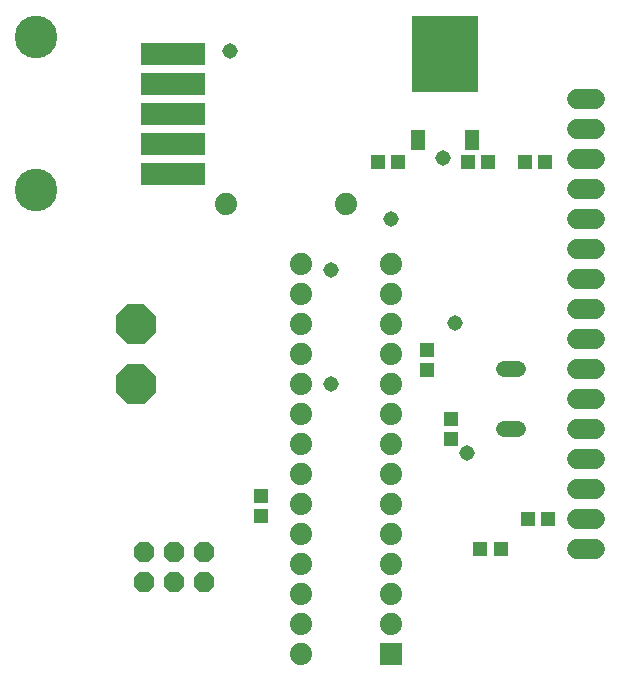
<source format=gts>
G75*
%MOIN*%
%OFA0B0*%
%FSLAX25Y25*%
%IPPOS*%
%LPD*%
%AMOC8*
5,1,8,0,0,1.08239X$1,22.5*
%
%ADD10R,0.04737X0.05131*%
%ADD11R,0.05131X0.04737*%
%ADD12C,0.07400*%
%ADD13OC8,0.13200*%
%ADD14R,0.22060X0.25209*%
%ADD15R,0.04737X0.07099*%
%ADD16OC8,0.06800*%
%ADD17C,0.05200*%
%ADD18R,0.07400X0.07400*%
%ADD19R,0.21800X0.07300*%
%ADD20C,0.14200*%
%ADD21C,0.06800*%
%ADD22C,0.05156*%
D10*
X0093311Y0076906D03*
X0093311Y0083598D03*
X0148626Y0125567D03*
X0148626Y0132260D03*
X0156500Y0109346D03*
X0156500Y0102654D03*
X0182091Y0076000D03*
X0188784Y0076000D03*
X0173036Y0066000D03*
X0166343Y0066000D03*
X0181028Y0194937D03*
X0187721Y0194937D03*
D11*
X0168784Y0194937D03*
X0162091Y0194937D03*
X0138784Y0194937D03*
X0132091Y0194937D03*
D12*
X0121500Y0181000D03*
X0106500Y0161000D03*
X0106500Y0151000D03*
X0106500Y0141000D03*
X0106500Y0131000D03*
X0106500Y0121000D03*
X0106500Y0111000D03*
X0106500Y0101000D03*
X0106500Y0091000D03*
X0106500Y0081000D03*
X0106500Y0071000D03*
X0106500Y0061000D03*
X0106500Y0051000D03*
X0106500Y0041000D03*
X0106500Y0031000D03*
X0136500Y0041000D03*
X0136500Y0051000D03*
X0136500Y0061000D03*
X0136500Y0071000D03*
X0136500Y0081000D03*
X0136500Y0091000D03*
X0136500Y0101000D03*
X0136500Y0111000D03*
X0136500Y0121000D03*
X0136500Y0131000D03*
X0136500Y0141000D03*
X0136500Y0151000D03*
X0136500Y0161000D03*
X0081500Y0181000D03*
D13*
X0051500Y0141000D03*
X0051500Y0121000D03*
D14*
X0154374Y0230843D03*
D15*
X0145398Y0202102D03*
X0163351Y0202102D03*
D16*
X0054059Y0055055D03*
X0054059Y0065055D03*
X0064059Y0065055D03*
X0064059Y0055055D03*
X0074059Y0055055D03*
X0074059Y0065055D03*
D17*
X0174300Y0106000D02*
X0178700Y0106000D01*
X0178700Y0126000D02*
X0174300Y0126000D01*
D18*
X0136500Y0031000D03*
D19*
X0064000Y0191000D03*
X0064000Y0201000D03*
X0064000Y0211000D03*
X0064000Y0221000D03*
X0064000Y0231000D03*
D20*
X0018200Y0236500D03*
X0018200Y0185500D03*
D21*
X0198500Y0186000D02*
X0204500Y0186000D01*
X0204500Y0176000D02*
X0198500Y0176000D01*
X0198500Y0166000D02*
X0204500Y0166000D01*
X0204500Y0156000D02*
X0198500Y0156000D01*
X0198500Y0146000D02*
X0204500Y0146000D01*
X0204500Y0136000D02*
X0198500Y0136000D01*
X0198500Y0126000D02*
X0204500Y0126000D01*
X0204500Y0116000D02*
X0198500Y0116000D01*
X0198500Y0106000D02*
X0204500Y0106000D01*
X0204500Y0096000D02*
X0198500Y0096000D01*
X0198500Y0086000D02*
X0204500Y0086000D01*
X0204500Y0076000D02*
X0198500Y0076000D01*
X0198500Y0066000D02*
X0204500Y0066000D01*
X0204500Y0196000D02*
X0198500Y0196000D01*
X0198500Y0206000D02*
X0204500Y0206000D01*
X0204500Y0216000D02*
X0198500Y0216000D01*
D22*
X0153863Y0196354D03*
X0136500Y0176000D03*
X0116500Y0158913D03*
X0116500Y0121000D03*
X0157800Y0141236D03*
X0161737Y0097929D03*
X0082996Y0231787D03*
M02*

</source>
